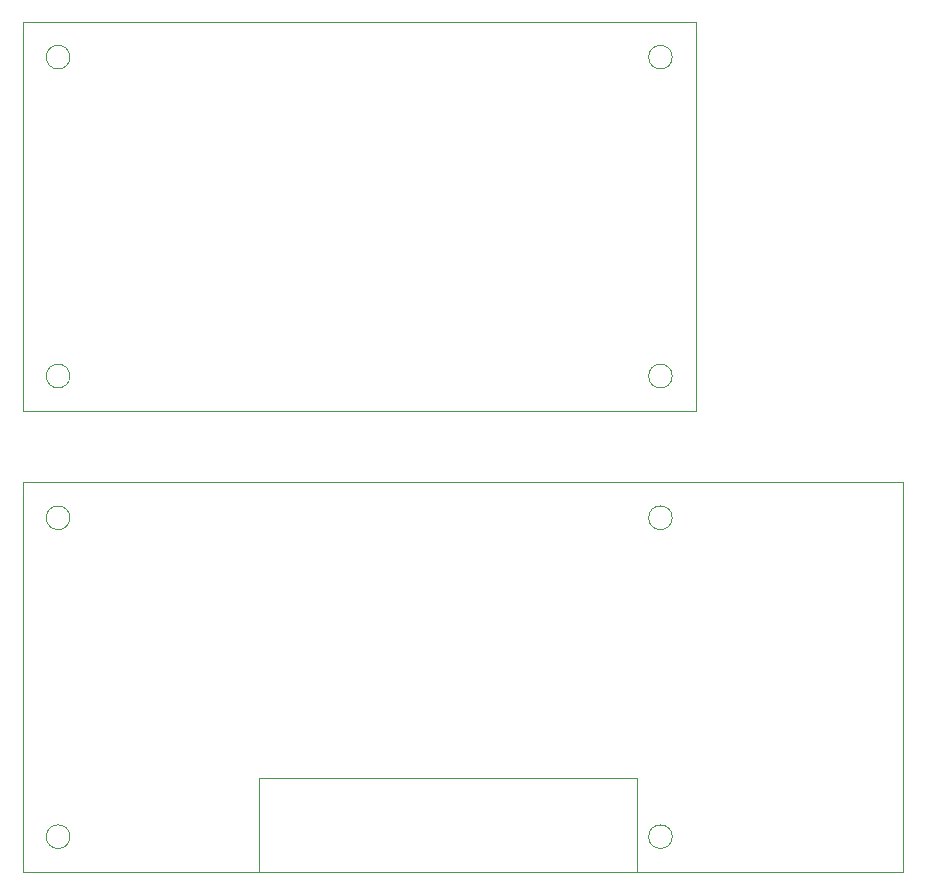
<source format=gbr>
%TF.GenerationSoftware,KiCad,Pcbnew,7.0.10*%
%TF.CreationDate,2024-12-02T17:35:37-05:00*%
%TF.ProjectId,comparison,636f6d70-6172-4697-936f-6e2e6b696361,rev?*%
%TF.SameCoordinates,Original*%
%TF.FileFunction,Profile,NP*%
%FSLAX46Y46*%
G04 Gerber Fmt 4.6, Leading zero omitted, Abs format (unit mm)*
G04 Created by KiCad (PCBNEW 7.0.10) date 2024-12-02 17:35:37*
%MOMM*%
%LPD*%
G01*
G04 APERTURE LIST*
%TA.AperFunction,Profile*%
%ADD10C,0.100000*%
%TD*%
G04 APERTURE END LIST*
D10*
X95000000Y-67000000D02*
G75*
G03*
X93000000Y-67000000I-1000000J0D01*
G01*
X93000000Y-67000000D02*
G75*
G03*
X95000000Y-67000000I1000000J0D01*
G01*
X44000000Y-28000000D02*
G75*
G03*
X42000000Y-28000000I-1000000J0D01*
G01*
X42000000Y-28000000D02*
G75*
G03*
X44000000Y-28000000I1000000J0D01*
G01*
X40000000Y-64000000D02*
X114526000Y-64000000D01*
X114526000Y-97000000D01*
X40000000Y-97000000D01*
X40000000Y-64000000D01*
X44000000Y-67000000D02*
G75*
G03*
X42000000Y-67000000I-1000000J0D01*
G01*
X42000000Y-67000000D02*
G75*
G03*
X44000000Y-67000000I1000000J0D01*
G01*
X95000000Y-55000000D02*
G75*
G03*
X93000000Y-55000000I-1000000J0D01*
G01*
X93000000Y-55000000D02*
G75*
G03*
X95000000Y-55000000I1000000J0D01*
G01*
X95000000Y-94000000D02*
G75*
G03*
X93000000Y-94000000I-1000000J0D01*
G01*
X93000000Y-94000000D02*
G75*
G03*
X95000000Y-94000000I1000000J0D01*
G01*
X44000000Y-94000000D02*
G75*
G03*
X42000000Y-94000000I-1000000J0D01*
G01*
X42000000Y-94000000D02*
G75*
G03*
X44000000Y-94000000I1000000J0D01*
G01*
X60000000Y-89066800D02*
X92000000Y-89066800D01*
X92000000Y-97000000D01*
X60000000Y-97000000D01*
X60000000Y-89066800D01*
X95000000Y-28000000D02*
G75*
G03*
X93000000Y-28000000I-1000000J0D01*
G01*
X93000000Y-28000000D02*
G75*
G03*
X95000000Y-28000000I1000000J0D01*
G01*
X44000000Y-55000000D02*
G75*
G03*
X42000000Y-55000000I-1000000J0D01*
G01*
X42000000Y-55000000D02*
G75*
G03*
X44000000Y-55000000I1000000J0D01*
G01*
X40000000Y-25000000D02*
X97000000Y-25000000D01*
X97000000Y-58000000D01*
X40000000Y-58000000D01*
X40000000Y-25000000D01*
M02*

</source>
